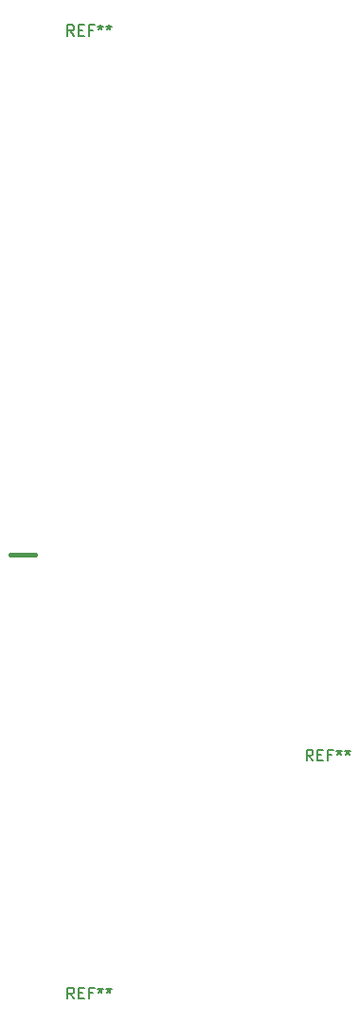
<source format=gbr>
G04 #@! TF.FileFunction,Drawing*
%FSLAX46Y46*%
G04 Gerber Fmt 4.6, Leading zero omitted, Abs format (unit mm)*
G04 Created by KiCad (PCBNEW 4.0.4+e1-6308~48~ubuntu15.10.1-stable) date Tue Jun 20 15:04:26 2017*
%MOMM*%
%LPD*%
G01*
G04 APERTURE LIST*
%ADD10C,0.150000*%
%ADD11C,0.381000*%
G04 APERTURE END LIST*
D10*
D11*
X62941200Y-95720000D02*
X65125600Y-95720000D01*
D10*
X89954267Y-114151981D02*
X89620933Y-113675790D01*
X89382838Y-114151981D02*
X89382838Y-113151981D01*
X89763791Y-113151981D01*
X89859029Y-113199600D01*
X89906648Y-113247219D01*
X89954267Y-113342457D01*
X89954267Y-113485314D01*
X89906648Y-113580552D01*
X89859029Y-113628171D01*
X89763791Y-113675790D01*
X89382838Y-113675790D01*
X90382838Y-113628171D02*
X90716172Y-113628171D01*
X90859029Y-114151981D02*
X90382838Y-114151981D01*
X90382838Y-113151981D01*
X90859029Y-113151981D01*
X91620934Y-113628171D02*
X91287600Y-113628171D01*
X91287600Y-114151981D02*
X91287600Y-113151981D01*
X91763791Y-113151981D01*
X92287600Y-113151981D02*
X92287600Y-113390076D01*
X92049505Y-113294838D02*
X92287600Y-113390076D01*
X92525696Y-113294838D01*
X92144743Y-113580552D02*
X92287600Y-113390076D01*
X92430458Y-113580552D01*
X93049505Y-113151981D02*
X93049505Y-113390076D01*
X92811410Y-113294838D02*
X93049505Y-113390076D01*
X93287601Y-113294838D01*
X92906648Y-113580552D02*
X93049505Y-113390076D01*
X93192363Y-113580552D01*
X68607867Y-135396781D02*
X68274533Y-134920590D01*
X68036438Y-135396781D02*
X68036438Y-134396781D01*
X68417391Y-134396781D01*
X68512629Y-134444400D01*
X68560248Y-134492019D01*
X68607867Y-134587257D01*
X68607867Y-134730114D01*
X68560248Y-134825352D01*
X68512629Y-134872971D01*
X68417391Y-134920590D01*
X68036438Y-134920590D01*
X69036438Y-134872971D02*
X69369772Y-134872971D01*
X69512629Y-135396781D02*
X69036438Y-135396781D01*
X69036438Y-134396781D01*
X69512629Y-134396781D01*
X70274534Y-134872971D02*
X69941200Y-134872971D01*
X69941200Y-135396781D02*
X69941200Y-134396781D01*
X70417391Y-134396781D01*
X70941200Y-134396781D02*
X70941200Y-134634876D01*
X70703105Y-134539638D02*
X70941200Y-134634876D01*
X71179296Y-134539638D01*
X70798343Y-134825352D02*
X70941200Y-134634876D01*
X71084058Y-134825352D01*
X71703105Y-134396781D02*
X71703105Y-134634876D01*
X71465010Y-134539638D02*
X71703105Y-134634876D01*
X71941201Y-134539638D01*
X71560248Y-134825352D02*
X71703105Y-134634876D01*
X71845963Y-134825352D01*
X68607867Y-49422381D02*
X68274533Y-48946190D01*
X68036438Y-49422381D02*
X68036438Y-48422381D01*
X68417391Y-48422381D01*
X68512629Y-48470000D01*
X68560248Y-48517619D01*
X68607867Y-48612857D01*
X68607867Y-48755714D01*
X68560248Y-48850952D01*
X68512629Y-48898571D01*
X68417391Y-48946190D01*
X68036438Y-48946190D01*
X69036438Y-48898571D02*
X69369772Y-48898571D01*
X69512629Y-49422381D02*
X69036438Y-49422381D01*
X69036438Y-48422381D01*
X69512629Y-48422381D01*
X70274534Y-48898571D02*
X69941200Y-48898571D01*
X69941200Y-49422381D02*
X69941200Y-48422381D01*
X70417391Y-48422381D01*
X70941200Y-48422381D02*
X70941200Y-48660476D01*
X70703105Y-48565238D02*
X70941200Y-48660476D01*
X71179296Y-48565238D01*
X70798343Y-48850952D02*
X70941200Y-48660476D01*
X71084058Y-48850952D01*
X71703105Y-48422381D02*
X71703105Y-48660476D01*
X71465010Y-48565238D02*
X71703105Y-48660476D01*
X71941201Y-48565238D01*
X71560248Y-48850952D02*
X71703105Y-48660476D01*
X71845963Y-48850952D01*
M02*

</source>
